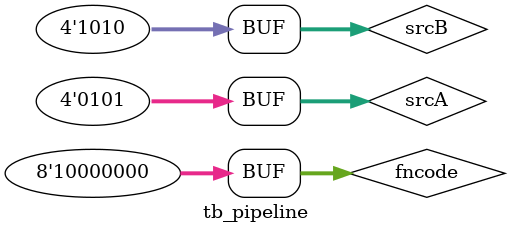
<source format=v>
`include "pipelineCircuit.v"
	module tb_pipeline();
		
		reg [7:0] fncode;
		reg [3:0] srcA, srcB;
		
		wire parity;
		
		pipelineCircuit pc(fncode, srcA, srcB, parity);
		
		initial begin
			
					fncode = 8'b00000001;
					srcA   = 4'b0001;
					srcB   = 4'b0001;
			
			#100	fncode = 8'b00000010;
			#200	fncode = 8'b00000100;
			#300	fncode = 8'b00001000;
			#400	fncode = 8'b00010000;
			#500	fncode = 8'b00100000;
			#600	fncode = 8'b01000000;
			#700	fncode = 8'b10000000;
			
			#10 	$display("");
			
			#100	fncode = 8'b00000001;
					srcA   = 4'b0101;
					srcB   = 4'b1010;
			
			#100	fncode = 8'b00000010;
			#200	fncode = 8'b00000100;
			#300	fncode = 8'b00001000;
			#400	fncode = 8'b00010000;
			#500	fncode = 8'b00100000;
			#600	fncode = 8'b01000000;
			#700	fncode = 8'b10000000;
		end
		
		initial begin
			$monitor( "fncode : %b ",fncode, " srcA: %b ", srcA," srcB: %b ", srcB, " aluOut: %b ",pc.aluOut, " parity: %b ", parity  );
		end
		
	endmodule
</source>
